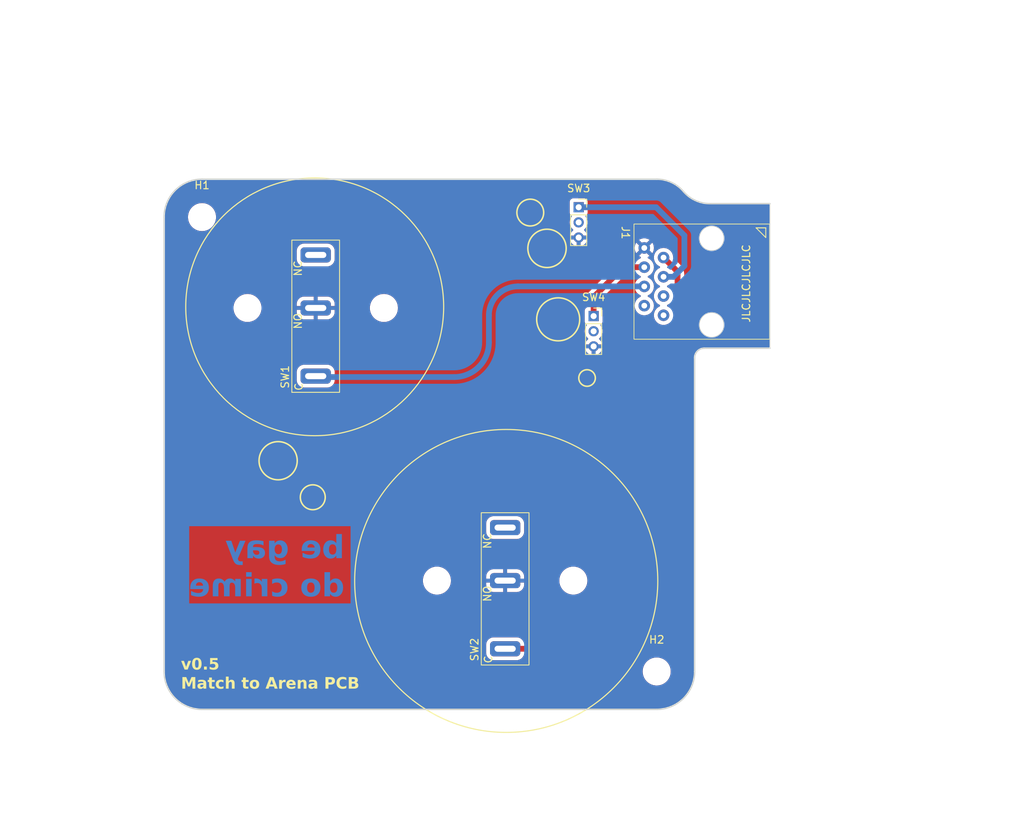
<source format=kicad_pcb>
(kicad_pcb (version 20221018) (generator pcbnew)
  (layers (0 "F.Cu" signal) (31 "B.Cu" signal) (34 "B.Paste" user) (35 "F.Paste" user) (36 "B.SilkS" user "B.Silkscreen") (37 "F.SilkS" user "F.Silkscreen") (38 "B.Mask" user) (39 "F.Mask" user) (44 "Edge.Cuts" user))
  (net 0 "")
  (net 1 "GND")
  (net 4 "/P_START")
  (net 6 "/P_RST")
  (net 7 "/P_PAUSE")
  (net 8 "/P_END")
  (footprint "footprints:RCH RC00139" (layer "F.Cu") (at 154.9 50.92 -90)
    (fp_text reference "J1" (at 1.15 19.01 -90 unlocked) (layer "F.SilkS"))
    (fp_text value "RJ45")
    (fp_line (start 0.508 0.508) (end 0.508 1.778) (stroke (width 0.12)) (layer "F.SilkS"))
    (fp_line (start 0.508 0.508) (end 1.778 0.508) (stroke (width 0.12)) (layer "F.SilkS"))
    (fp_line (start 0.508 1.778) (end 0.508 0.508) (stroke (width 0.12)) (layer "F.SilkS"))
    (fp_line (start 1.778 0.508) (end 0.508 1.778) (stroke (width 0.12)) (layer "F.SilkS"))
    (fp_rect (start 0 0) (end 15.2 17.9) (stroke (width 0.1)) (fill none) (layer "F.SilkS"))
    (fp_circle (center 1.885 7.65) (end 3.51 7.65) (stroke (width 0.1)) (fill none) (layer "Edge.Cuts"))
    (fp_circle (center 13.315 7.65) (end 14.94 7.65) (stroke (width 0.1)) (fill none) (layer "Edge.Cuts"))
    (pad "1" thru_hole circle (at 12.045 14 270) (size 1.524 1.524) (drill 0.762) (layers "*.Cu" "*.Mask"))
    (pad "2" thru_hole circle (at 10.775 16.54 270) (size 1.524 1.524) (drill 0.762) (layers "*.Cu" "*.Mask"))
    (pad "3" thru_hole circle (at 9.505 14 270) (size 1.524 1.524) (drill 0.762) (layers "*.Cu" "*.Mask"))
    (pad "4" thru_hole circle (at 8.235 16.54 270) (size 1.524 1.524) (drill 0.762) (layers "*.Cu" "*.Mask") (net 4 "/P_START"))
    (pad "5" thru_hole circle (at 6.965 14 270) (size 1.524 1.524) (drill 0.762) (layers "*.Cu" "*.Mask") (net 6 "/P_RST"))
    (pad "6" thru_hole circle (at 5.695 16.54 270) (size 1.524 1.524) (drill 0.762) (layers "*.Cu" "*.Mask") (net 7 "/P_PAUSE"))
    (pad "7" thru_hole circle (at 4.425 14 270) (size 1.524 1.524) (drill 0.762) (layers "*.Cu" "*.Mask") (net 8 "/P_END"))
    (pad "8" thru_hole circle (at 3.155 16.54 270) (size 1.524 1.524) (drill 0.762) (layers "*.Cu" "*.Mask") (net 1 "GND"))
  )
  (footprint "MountingHole:MountingHole_3.2mm_M3" (layer "F.Cu") (at 140 110)
    (fp_text reference "H2" (at 0 -4.2) (layer "F.SilkS"))
    (fp_text value "MountingHole")
    (pad "" np_thru_hole circle (at 0 0) (size 3.2 3.2) (drill 3.2) (layers "*.Cu" "*.Mask"))
  )
  (footprint "Connector_PinSocket_2.00mm:PinSocket_1x03_P2.00mm_Vertical" (layer "F.Cu") (at 131.675 63.075)
    (fp_text reference "SW4" (at 0 -2.5) (layer "F.SilkS"))
    (fp_text value "~")
    (fp_line (start -1.06 1) (end -1.06 5.06) (stroke (width 0.12)) (layer "F.SilkS"))
    (fp_line (start -1.06 1) (end 1.06 1) (stroke (width 0.12)) (layer "F.SilkS"))
    (fp_line (start -1.06 5.06) (end 1.06 5.06) (stroke (width 0.12)) (layer "F.SilkS"))
    (fp_line (start 0 -1.06) (end 1.06 -1.06) (stroke (width 0.12)) (layer "F.SilkS"))
    (fp_line (start 1.06 -1.06) (end 1.06 0) (stroke (width 0.12)) (layer "F.SilkS"))
    (fp_line (start 1.06 1) (end 1.06 5.06) (stroke (width 0.12)) (layer "F.SilkS"))
    (pad "1" thru_hole rect (at 0 0) (size 1.35 1.35) (drill 0.8) (layers "*.Cu" "*.Mask") (net 7 "/P_PAUSE"))
    (pad "2" thru_hole oval (at 0 2) (size 1.35 1.35) (drill 0.8) (layers "*.Cu" "*.Mask"))
    (pad "3" thru_hole oval (at 0 4) (size 1.35 1.35) (drill 0.8) (layers "*.Cu" "*.Mask") (net 1 "GND"))
  )
  (footprint "footprints:10T85 Microswitch with M3 mounts" (layer "F.Cu") (at 95 62 90)
    (fp_text reference "SW1" (at -9.108 -4.039 90 unlocked) (layer "F.SilkS"))
    (fp_text value "10T85 Microswitch")
    (fp_text user "NO" (at -2.885 -1.753 90 unlocked) (layer "F.SilkS") (effects (justify left bottom)))
    (fp_text user "NC" (at 4.1 -1.753 90 unlocked) (layer "F.SilkS") (effects (justify left bottom)))
    (fp_text user "C" (at -11.013 -1.626 90 unlocked) (layer "F.SilkS") (effects (justify left bottom)))
    (fp_rect (start -11.14 -3.15) (end 8.96 3.15) (stroke (width 0.12)) (fill none) (layer "F.SilkS"))
    (pad "" np_thru_hole circle (at 0 -9 90) (size 3.2 3.2) (drill 3.2) (layers "F&B.Cu" "*.Mask"))
    (pad "" np_thru_hole circle (at 0 9 90) (size 3.2 3.2) (drill 3.2) (layers "F&B.Cu" "*.Mask"))
    (pad "1" thru_hole roundrect (at -9 0 180) (size 4 2) (drill oval 2.8 0.8) (layers "*.Cu" "*.Mask") (net 4 "/P_START"))
    (pad "2" thru_hole roundrect (at 7 0 180) (size 4 2) (drill oval 2.8 0.8) (layers "*.Cu" "*.Mask"))
    (pad "3" thru_hole roundrect (at 0 0 180) (size 4 2) (drill oval 2.8 0.8) (layers "*.Cu" "*.Mask") (net 1 "GND"))
  )
  (footprint "Connector_PinSocket_2.00mm:PinSocket_1x03_P2.00mm_Vertical" (layer "F.Cu") (at 129.7 48.7)
    (fp_text reference "SW3" (at 0 -2.5) (layer "F.SilkS"))
    (fp_text value "~")
    (fp_line (start -1.06 1) (end -1.06 5.06) (stroke (width 0.12)) (layer "F.SilkS"))
    (fp_line (start -1.06 1) (end 1.06 1) (stroke (width 0.12)) (layer "F.SilkS"))
    (fp_line (start -1.06 5.06) (end 1.06 5.06) (stroke (width 0.12)) (layer "F.SilkS"))
    (fp_line (start 0 -1.06) (end 1.06 -1.06) (stroke (width 0.12)) (layer "F.SilkS"))
    (fp_line (start 1.06 -1.06) (end 1.06 0) (stroke (width 0.12)) (layer "F.SilkS"))
    (fp_line (start 1.06 1) (end 1.06 5.06) (stroke (width 0.12)) (layer "F.SilkS"))
    (pad "1" thru_hole rect (at 0 0) (size 1.35 1.35) (drill 0.8) (layers "*.Cu" "*.Mask") (net 6 "/P_RST"))
    (pad "2" thru_hole oval (at 0 2) (size 1.35 1.35) (drill 0.8) (layers "*.Cu" "*.Mask"))
    (pad "3" thru_hole oval (at 0 4) (size 1.35 1.35) (drill 0.8) (layers "*.Cu" "*.Mask") (net 1 "GND"))
  )
  (footprint "footprints:10T85 Microswitch with M3 mounts" (layer "F.Cu") (at 120 98 90)
    (fp_text reference "SW2" (at -9.108 -4.039 90 unlocked) (layer "F.SilkS"))
    (fp_text value "10T85 Microswitch")
    (fp_text user "C" (at -11.013 -1.626 90 unlocked) (layer "F.SilkS") (effects (justify left bottom)))
    (fp_text user "NC" (at 4.1 -1.753 90 unlocked) (layer "F.SilkS") (effects (justify left bottom)))
    (fp_text user "NO" (at -2.885 -1.753 90 unlocked) (layer "F.SilkS") (effects (justify left bottom)))
    (fp_rect (start -11.14 -3.15) (end 8.96 3.15) (stroke (width 0.12)) (fill none) (layer "F.SilkS"))
    (pad "" np_thru_hole circle (at 0 -9 90) (size 3.2 3.2) (drill 3.2) (layers "F&B.Cu" "*.Mask"))
    (pad "" np_thru_hole circle (at 0 9 90) (size 3.2 3.2) (drill 3.2) (layers "F&B.Cu" "*.Mask"))
    (pad "1" thru_hole roundrect (at -9 0 180) (size 4 2) (drill oval 2.8 0.8) (layers "*.Cu" "*.Mask") (net 8 "/P_END"))
    (pad "2" thru_hole roundrect (at 7 0 180) (size 4 2) (drill oval 2.8 0.8) (layers "*.Cu" "*.Mask"))
    (pad "3" thru_hole roundrect (at 0 0 180) (size 4 2) (drill oval 2.8 0.8) (layers "*.Cu" "*.Mask") (net 1 "GND"))
  )
  (footprint "MountingHole:MountingHole_3.2mm_M3" (layer "F.Cu") (at 80 50)
    (fp_text reference "H1" (at 0 -4.2) (layer "F.SilkS"))
    (fp_text value "MountingHole")
    (pad "" np_thru_hole circle (at 0 0) (size 3.2 3.2) (drill 3.2) (layers "*.Cu" "*.Mask"))
  )
  (gr_circle (center 90.043 82.169) (end 92.563878 82.169) (stroke (width 0.2)) (fill none) (layer "F.SilkS"))
  (gr_circle (center 125.525 54.130457) (end 128.055457 54.130457) (stroke (width 0.2)) (fill none) (layer "F.SilkS"))
  (gr_circle (center 130.81 71.247) (end 131.902495 71.247) (stroke (width 0.2)) (fill none) (layer "F.SilkS"))
  (gr_circle (center 120.142 98.044) (end 140.142 98.044) (stroke (width 0.15)) (fill none) (layer "F.SilkS"))
  (gr_circle (center 94.615 86.995) (end 96.139 87.610878) (stroke (width 0.2)) (fill none) (layer "F.SilkS"))
  (gr_circle (center 94.869 61.849) (end 111.887 61.849) (stroke (width 0.15)) (fill none) (layer "F.SilkS"))
  (gr_circle (center 123.317 49.403) (end 125.085905 49.403) (stroke (width 0.2)) (fill none) (layer "F.SilkS"))
  (gr_circle (center 127 63.5) (end 129.839806 63.5) (stroke (width 0.2)) (fill none) (layer "F.SilkS"))
  (gr_line (start 154.94 67.31) (end 154.94 48.227746) (stroke (width 0.1)) (layer "Edge.Cuts"))
  (gr_line (start 75 50) (end 75 110) (stroke (width 0.2)) (layer "Edge.Cuts"))
  (gr_arc (start 140 45) (mid 141.931624 45.422798) (end 143.51 46.613873) (stroke (width 0.2)) (layer "Edge.Cuts"))
  (gr_arc (start 145 110) (mid 143.535534 113.535534) (end 140 115) (stroke (width 0.2)) (layer "Edge.Cuts"))
  (gr_arc (start 145 68.58) (mid 145.371974 67.681974) (end 146.27 67.31) (stroke (width 0.2)) (layer "Edge.Cuts"))
  (gr_line (start 80 45) (end 140 45) (stroke (width 0.2)) (layer "Edge.Cuts"))
  (gr_line (start 146.27 67.31) (end 154.94 67.31) (stroke (width 0.2)) (layer "Edge.Cuts"))
  (gr_arc (start 75 50) (mid 76.464466 46.464467) (end 80 45) (stroke (width 0.2)) (layer "Edge.Cuts"))
  (gr_line (start 154.94 48.227746) (end 147.02 48.227746) (stroke (width 0.2)) (layer "Edge.Cuts"))
  (gr_line (start 140 115) (end 80 115) (stroke (width 0.2)) (layer "Edge.Cuts"))
  (gr_arc (start 147.02 48.227746) (mid 145.088376 47.804948) (end 143.51 46.613873) (stroke (width 0.2)) (layer "Edge.Cuts"))
  (gr_line (start 145 110) (end 145 68.58) (stroke (width 0.2)) (layer "Edge.Cuts"))
  (gr_arc (start 80 115) (mid 76.464466 113.535534) (end 75 110) (stroke (width 0.2)) (layer "Edge.Cuts"))
  (gr_text "be gay\ndo crimes" (at 98.806 100.584) (layer "B.Cu") (effects (font (size 3 3) (thickness 0.3) bold) (justify left bottom mirror)))
  (gr_text "JLCJLCJLCJLC" (at 152.4 64.008 90) (layer "F.SilkS") (effects (font (size 1 1)) (justify left bottom)))
  (gr_text "v0.5\nMatch to Arena PCB" (at 77.216 112.522) (layer "F.SilkS") (effects (font (size 1.5 1.5) (thickness 0.3) bold) (justify left bottom)))
  (segment (start 138.36 59.155) (end 121.693 59.155) (width 0.762) (layer "B.Cu") (net 4))
  (segment (start 117.856 62.992) (end 117.856 66.548) (width 0.762) (layer "B.Cu") (net 4))
  (segment (start 113.284 71.12) (end 95.12 71.12) (width 0.762) (layer "B.Cu") (net 4))
  (arc (start 121.693 59.155) (mid 118.979831 60.278831) (end 117.856 62.992) (width 0.762) (layer "B.Cu") (net 4))
  (arc (start 95.12 71.12) (mid 95.035147 71.084853) (end 95 71) (width 0.762) (layer "B.Cu") (net 4))
  (arc (start 117.856 66.548) (mid 116.516892 69.780892) (end 113.284 71.12) (width 0.762) (layer "B.Cu") (net 4))
  (segment (start 142.215 57.885) (end 143.65 56.45) (width 0.762) (layer "B.Cu") (net 6))
  (segment (start 143.65 52.425) (end 139.925 48.7) (width 0.762) (layer "B.Cu") (net 6))
  (segment (start 139.925 48.7) (end 129.7 48.7) (width 0.762) (layer "B.Cu") (net 6))
  (segment (start 143.65 56.45) (end 143.65 52.425) (width 0.762) (layer "B.Cu") (net 6))
  (segment (start 140.9 57.885) (end 142.215 57.885) (width 0.762) (layer "B.Cu") (net 6))
  (segment (start 131.675 60.55) (end 135.61 56.615) (width 0.762) (layer "F.Cu") (net 7))
  (segment (start 135.61 56.615) (end 138.36 56.615) (width 0.762) (layer "F.Cu") (net 7))
  (segment (start 131.675 63.075) (end 131.675 60.55) (width 0.762) (layer "F.Cu") (net 7))
  (segment (start 133.618944 107) (end 120 107) (width 0.762) (layer "F.Cu") (net 8))
  (segment (start 140.9 55.345) (end 142.420596 56.865596) (width 0.762) (layer "F.Cu") (net 8))
  (segment (start 138.36 76.524) (end 138.36 102.258944) (width 0.762) (layer "F.Cu") (net 8))
  (segment (start 142.748 57.656019) (end 142.748 72.136) (width 0.762) (layer "F.Cu") (net 8))
  (arc (start 142.748 72.136) (mid 142.227236 73.393236) (end 140.97 73.914) (width 0.762) (layer "F.Cu") (net 8))
  (arc (start 140.97 73.914) (mid 139.124451 74.678451) (end 138.36 76.524) (width 0.762) (layer "F.Cu") (net 8))
  (arc (start 138.36 102.258944) (mid 136.971377 105.611377) (end 133.618944 107) (width 0.762) (layer "F.Cu") (net 8))
  (arc (start 142.420596 56.865596) (mid 142.66291 57.228245) (end 142.748 57.656019) (width 0.762) (layer "F.Cu") (net 8))
  (zone (net 1) (net_name "GND") (layers "F&B.Cu") (name "GND") (connect_pads (clearance 0.508)) (min_thickness 0.254) (fill yes (thermal_gap 0.508) (thermal_bridge_width 0.508) (island_removal_mode 1) (island_area_min 10))
    (polygon (pts (xy 164.084 22.86) (xy 188.468 105.156) (xy 152.4 131.572) (xy 54.864 130.048) (xy 53.848 91.948) (xy 53.34 25.908) (xy 137.668 21.336)))
  )
)
</source>
